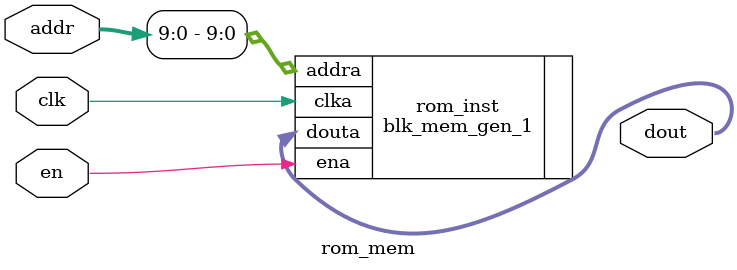
<source format=v>
`timescale 1ns / 1ps

module rom_mem (
    input wire clk,                  // Clock input
    input wire en,                   // Enable signal for ROM
    input wire [31:0] addr,           // Address input (10 bits for 1024 words)
    output wire [31:0] dout          // Data output (32 bits wide)
);

    // Instantiate the ROM module from blk_mem_gen
    blk_mem_gen_1 rom_inst (
        .clka(clk),                  // Connect clock
        .ena(en),                    // Connect enable signal
        .addra(addr[9:0]),                // Connect address
        .douta(dout)             // Connect data output
    );

endmodule

</source>
